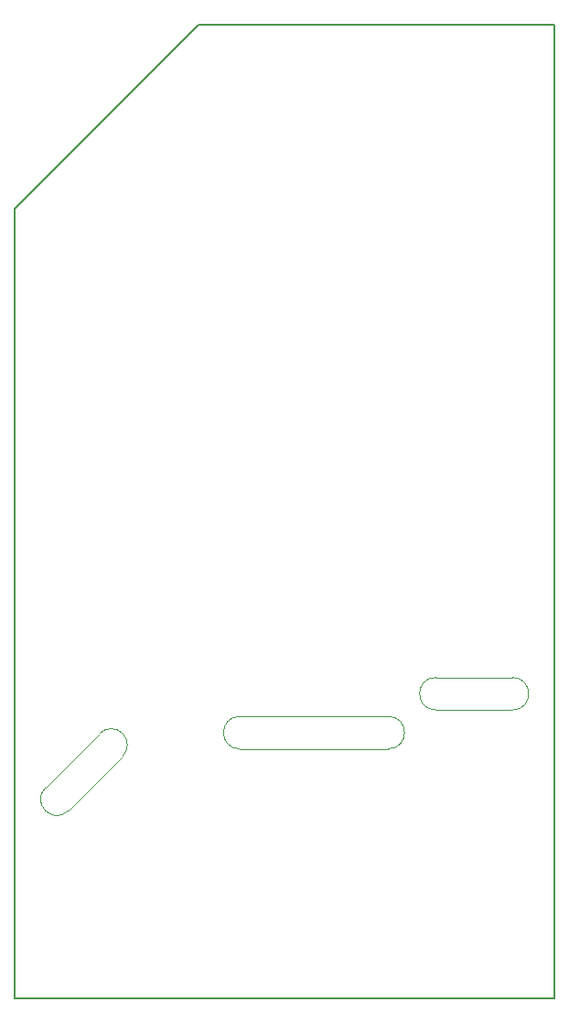
<source format=gbr>
%TF.GenerationSoftware,KiCad,Pcbnew,7.0.11-7.0.11~ubuntu22.04.1*%
%TF.CreationDate,2024-03-11T04:50:30+03:00*%
%TF.ProjectId,MSConn,4d53436f-6e6e-42e6-9b69-6361645f7063,rev?*%
%TF.SameCoordinates,PX5f5e100PY5f5e100*%
%TF.FileFunction,Profile,NP*%
%FSLAX46Y46*%
G04 Gerber Fmt 4.6, Leading zero omitted, Abs format (unit mm)*
G04 Created by KiCad (PCBNEW 7.0.11-7.0.11~ubuntu22.04.1) date 2024-03-11 04:50:30*
%MOMM*%
%LPD*%
G01*
G04 APERTURE LIST*
%TA.AperFunction,Profile*%
%ADD10C,0.100000*%
%TD*%
%TA.AperFunction,Profile*%
%ADD11C,0.160000*%
%TD*%
G04 APERTURE END LIST*
D10*
X39000000Y29700000D02*
X46100000Y29700000D01*
D11*
X50000000Y0D02*
X0Y0D01*
D10*
X20850000Y23100000D02*
X34600000Y23100000D01*
D11*
X17000000Y90000000D02*
X50000000Y90000000D01*
X0Y73000000D02*
X0Y0D01*
D10*
X2868451Y19511091D02*
X7888909Y24531549D01*
X34600000Y23100000D02*
G75*
G03*
X34600000Y26100000I0J1500000D01*
G01*
D11*
X50000000Y90000000D02*
X50000000Y0D01*
D10*
X46100000Y26700000D02*
G75*
G03*
X46100000Y29700000I0J1500000D01*
G01*
X20850000Y26100000D02*
X34600000Y26100000D01*
D11*
X17000000Y90000000D02*
X0Y73000000D01*
D10*
X10010228Y22410230D02*
G75*
G03*
X7888910Y24531548I-1060659J1060659D01*
G01*
X39000000Y29700000D02*
G75*
G03*
X39000000Y26700000I0J-1500000D01*
G01*
X2868452Y19511090D02*
G75*
G03*
X4989770Y17389772I1060659J-1060659D01*
G01*
X20850000Y26100000D02*
G75*
G03*
X20850000Y23100000I0J-1500000D01*
G01*
X39000000Y26700000D02*
X46100000Y26700000D01*
X4989771Y17389771D02*
X10010229Y22410229D01*
M02*

</source>
